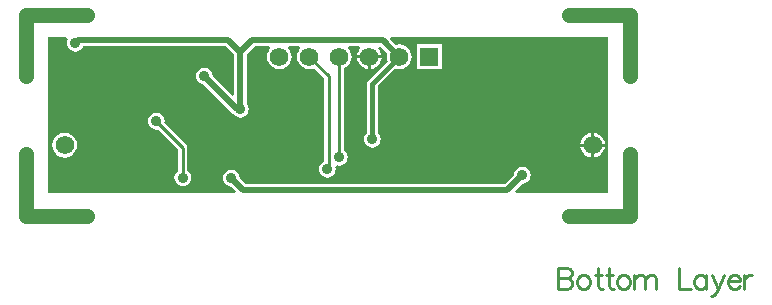
<source format=gbl>
%FSLAX24Y24*%
%MOIN*%
G70*
G01*
G75*
G04 Layer_Physical_Order=2*
G04 Layer_Color=16711680*
%ADD10O,0.0138X0.0256*%
%ADD11O,0.0256X0.0138*%
%ADD12R,0.1339X0.1339*%
%ADD13R,0.0354X0.0276*%
%ADD14R,0.0354X0.0315*%
%ADD15R,0.0551X0.0433*%
%ADD16R,0.0315X0.0354*%
%ADD17R,0.0276X0.0354*%
%ADD18R,0.0984X0.0866*%
%ADD19R,0.0197X0.0787*%
%ADD20R,0.0689X0.0571*%
%ADD21R,0.0295X0.0118*%
%ADD22R,0.0256X0.0354*%
%ADD23R,0.0453X0.0551*%
%ADD24R,0.0177X0.0315*%
%ADD25R,0.1260X0.0433*%
%ADD26R,0.0354X0.0256*%
%ADD27C,0.0100*%
%ADD28C,0.0150*%
%ADD29C,0.0200*%
%ADD30C,0.0180*%
%ADD31C,0.0300*%
%ADD32C,0.0130*%
%ADD33C,0.0500*%
%ADD34R,0.0620X0.0620*%
%ADD35C,0.0620*%
%ADD36C,0.0350*%
G36*
X19140Y500D02*
X16080D01*
X16053Y565D01*
X16313Y824D01*
X16372Y832D01*
X16439Y860D01*
X16496Y904D01*
X16540Y961D01*
X16568Y1028D01*
X16577Y1100D01*
X16568Y1172D01*
X16540Y1239D01*
X16496Y1296D01*
X16439Y1340D01*
X16372Y1368D01*
X16300Y1377D01*
X16228Y1368D01*
X16161Y1340D01*
X16104Y1296D01*
X16060Y1239D01*
X16032Y1172D01*
X16024Y1113D01*
X15716Y804D01*
X7084D01*
X6876Y1013D01*
X6868Y1072D01*
X6840Y1139D01*
X6796Y1196D01*
X6739Y1240D01*
X6672Y1268D01*
X6600Y1277D01*
X6528Y1268D01*
X6461Y1240D01*
X6404Y1196D01*
X6360Y1139D01*
X6332Y1072D01*
X6323Y1000D01*
X6332Y928D01*
X6360Y861D01*
X6404Y804D01*
X6461Y760D01*
X6528Y732D01*
X6587Y724D01*
X6747Y565D01*
X6720Y500D01*
X500D01*
Y5700D01*
X1080D01*
X1160Y5639D01*
X1132Y5572D01*
X1123Y5500D01*
X1132Y5428D01*
X1160Y5361D01*
X1204Y5304D01*
X1261Y5260D01*
X1328Y5232D01*
X1400Y5223D01*
X1472Y5232D01*
X1539Y5260D01*
X1596Y5304D01*
X1640Y5361D01*
X1655Y5396D01*
X6416D01*
X6696Y5116D01*
Y3784D01*
X6631Y3757D01*
X5976Y4413D01*
X5968Y4472D01*
X5940Y4539D01*
X5896Y4596D01*
X5839Y4640D01*
X5772Y4668D01*
X5700Y4677D01*
X5628Y4668D01*
X5561Y4640D01*
X5504Y4596D01*
X5460Y4539D01*
X5432Y4472D01*
X5423Y4400D01*
X5432Y4328D01*
X5460Y4261D01*
X5504Y4204D01*
X5561Y4160D01*
X5628Y4132D01*
X5687Y4124D01*
X6656Y3156D01*
X6656D01*
X6656Y3156D01*
X6656Y3156D01*
Y3156D01*
X6673Y3145D01*
X6704Y3104D01*
X6761Y3060D01*
X6828Y3032D01*
X6900Y3023D01*
X6972Y3032D01*
X7039Y3060D01*
X7096Y3104D01*
X7140Y3161D01*
X7168Y3228D01*
X7177Y3300D01*
X7168Y3372D01*
X7140Y3439D01*
X7104Y3486D01*
Y5116D01*
X7384Y5396D01*
X7870D01*
X7901Y5333D01*
X7842Y5257D01*
X7801Y5157D01*
X7786Y5050D01*
X7801Y4943D01*
X7842Y4843D01*
X7908Y4758D01*
X7993Y4692D01*
X8093Y4651D01*
X8200Y4636D01*
X8307Y4651D01*
X8407Y4692D01*
X8492Y4758D01*
X8558Y4843D01*
X8599Y4943D01*
X8614Y5050D01*
X8599Y5157D01*
X8558Y5257D01*
X8499Y5333D01*
X8530Y5396D01*
X8870D01*
X8901Y5333D01*
X8842Y5257D01*
X8801Y5157D01*
X8786Y5050D01*
X8801Y4943D01*
X8842Y4843D01*
X8908Y4758D01*
X8993Y4692D01*
X9093Y4651D01*
X9200Y4636D01*
X9307Y4651D01*
X9361Y4673D01*
X9697Y4337D01*
Y1555D01*
X9661Y1540D01*
X9604Y1496D01*
X9560Y1439D01*
X9532Y1372D01*
X9523Y1300D01*
X9532Y1228D01*
X9560Y1161D01*
X9604Y1104D01*
X9661Y1060D01*
X9728Y1032D01*
X9800Y1023D01*
X9872Y1032D01*
X9939Y1060D01*
X9996Y1104D01*
X10040Y1161D01*
X10068Y1228D01*
X10077Y1300D01*
X10068Y1372D01*
X10060Y1390D01*
X10110Y1440D01*
X10128Y1432D01*
X10200Y1423D01*
X10272Y1432D01*
X10339Y1460D01*
X10396Y1504D01*
X10440Y1561D01*
X10468Y1628D01*
X10477Y1700D01*
X10468Y1772D01*
X10440Y1839D01*
X10396Y1896D01*
X10353Y1929D01*
Y4670D01*
X10407Y4692D01*
X10492Y4758D01*
X10558Y4843D01*
X10599Y4943D01*
X10614Y5050D01*
X10599Y5157D01*
X10558Y5257D01*
X10499Y5333D01*
X10530Y5396D01*
X10870D01*
X10901Y5333D01*
X10842Y5257D01*
X10801Y5157D01*
X10793Y5100D01*
X11607D01*
X11599Y5157D01*
X11558Y5257D01*
X11499Y5333D01*
X11515Y5366D01*
X11584Y5377D01*
X11802Y5160D01*
X11801Y5157D01*
X11786Y5050D01*
X11801Y4943D01*
X11812Y4915D01*
X11174Y4276D01*
X11135Y4218D01*
X11122Y4150D01*
Y2510D01*
X11104Y2496D01*
X11060Y2439D01*
X11032Y2372D01*
X11023Y2300D01*
X11032Y2228D01*
X11060Y2161D01*
X11104Y2104D01*
X11161Y2060D01*
X11228Y2032D01*
X11300Y2023D01*
X11372Y2032D01*
X11439Y2060D01*
X11496Y2104D01*
X11540Y2161D01*
X11568Y2228D01*
X11577Y2300D01*
X11568Y2372D01*
X11540Y2439D01*
X11496Y2496D01*
X11478Y2510D01*
Y4076D01*
X12065Y4662D01*
X12093Y4651D01*
X12200Y4636D01*
X12307Y4651D01*
X12407Y4692D01*
X12492Y4758D01*
X12558Y4843D01*
X12599Y4943D01*
X12614Y5050D01*
X12599Y5157D01*
X12558Y5257D01*
X12492Y5342D01*
X12407Y5408D01*
X12307Y5449D01*
X12200Y5464D01*
X12093Y5449D01*
X12090Y5448D01*
X11903Y5635D01*
X11930Y5700D01*
X19140D01*
Y500D01*
D02*
G37*
%LPC*%
G36*
X19047Y2050D02*
X18690D01*
Y1693D01*
X18747Y1701D01*
X18847Y1742D01*
X18932Y1808D01*
X18998Y1893D01*
X19039Y1993D01*
X19047Y2050D01*
D02*
G37*
G36*
X18590D02*
X18233D01*
X18241Y1993D01*
X18282Y1893D01*
X18348Y1808D01*
X18433Y1742D01*
X18533Y1701D01*
X18590Y1693D01*
Y2050D01*
D02*
G37*
G36*
X4100Y3177D02*
X4028Y3168D01*
X3961Y3140D01*
X3904Y3096D01*
X3860Y3039D01*
X3832Y2972D01*
X3823Y2900D01*
X3832Y2828D01*
X3860Y2761D01*
X3904Y2704D01*
X3961Y2660D01*
X4028Y2632D01*
X4100Y2623D01*
X4154Y2630D01*
X4824Y1959D01*
Y1252D01*
X4781Y1219D01*
X4737Y1162D01*
X4709Y1095D01*
X4700Y1023D01*
X4709Y951D01*
X4737Y884D01*
X4781Y827D01*
X4838Y783D01*
X4905Y755D01*
X4977Y745D01*
X5049Y755D01*
X5116Y783D01*
X5173Y827D01*
X5217Y884D01*
X5245Y951D01*
X5255Y1023D01*
X5245Y1095D01*
X5217Y1162D01*
X5173Y1219D01*
X5130Y1252D01*
Y2023D01*
X5118Y2081D01*
X5085Y2131D01*
X4370Y2846D01*
X4377Y2900D01*
X4368Y2972D01*
X4340Y3039D01*
X4296Y3096D01*
X4239Y3140D01*
X4172Y3168D01*
X4100Y3177D01*
D02*
G37*
G36*
X1040Y2514D02*
X933Y2499D01*
X833Y2458D01*
X748Y2392D01*
X682Y2307D01*
X641Y2207D01*
X626Y2100D01*
X641Y1993D01*
X682Y1893D01*
X748Y1808D01*
X833Y1742D01*
X933Y1701D01*
X1040Y1686D01*
X1147Y1701D01*
X1247Y1742D01*
X1332Y1808D01*
X1398Y1893D01*
X1439Y1993D01*
X1454Y2100D01*
X1439Y2207D01*
X1398Y2307D01*
X1332Y2392D01*
X1247Y2458D01*
X1147Y2499D01*
X1040Y2514D01*
D02*
G37*
G36*
X18590Y2507D02*
X18533Y2499D01*
X18433Y2458D01*
X18348Y2392D01*
X18282Y2307D01*
X18241Y2207D01*
X18233Y2150D01*
X18590D01*
Y2507D01*
D02*
G37*
G36*
X11150Y5000D02*
X10793D01*
X10801Y4943D01*
X10842Y4843D01*
X10908Y4758D01*
X10993Y4692D01*
X11093Y4651D01*
X11150Y4643D01*
Y5000D01*
D02*
G37*
G36*
X11607D02*
X11250D01*
Y4643D01*
X11307Y4651D01*
X11407Y4692D01*
X11492Y4758D01*
X11558Y4843D01*
X11599Y4943D01*
X11607Y5000D01*
D02*
G37*
G36*
X18690Y2507D02*
Y2150D01*
X19047D01*
X19039Y2207D01*
X18998Y2307D01*
X18932Y2392D01*
X18847Y2458D01*
X18747Y2499D01*
X18690Y2507D01*
D02*
G37*
G36*
X13610Y5460D02*
X12790D01*
Y4640D01*
X13610D01*
Y5460D01*
D02*
G37*
%LPD*%
D27*
X9850Y1350D02*
Y4400D01*
X9200Y5050D02*
X9850Y4400D01*
X10200Y1700D02*
Y5050D01*
X9800Y1300D02*
X9850Y1350D01*
X4977Y1023D02*
Y2023D01*
X4100Y2900D02*
X4977Y2023D01*
X17500Y-2000D02*
Y-2700D01*
Y-2000D02*
X17800D01*
X17900Y-2033D01*
X17933Y-2067D01*
X17967Y-2133D01*
Y-2200D01*
X17933Y-2267D01*
X17900Y-2300D01*
X17800Y-2333D01*
X17500D02*
X17800D01*
X17900Y-2367D01*
X17933Y-2400D01*
X17967Y-2467D01*
Y-2567D01*
X17933Y-2633D01*
X17900Y-2667D01*
X17800Y-2700D01*
X17500D01*
X18290Y-2233D02*
X18223Y-2267D01*
X18157Y-2333D01*
X18123Y-2433D01*
Y-2500D01*
X18157Y-2600D01*
X18223Y-2667D01*
X18290Y-2700D01*
X18390D01*
X18456Y-2667D01*
X18523Y-2600D01*
X18556Y-2500D01*
Y-2433D01*
X18523Y-2333D01*
X18456Y-2267D01*
X18390Y-2233D01*
X18290D01*
X18810Y-2000D02*
Y-2567D01*
X18843Y-2667D01*
X18910Y-2700D01*
X18976D01*
X18710Y-2233D02*
X18943D01*
X19176Y-2000D02*
Y-2567D01*
X19210Y-2667D01*
X19276Y-2700D01*
X19343D01*
X19076Y-2233D02*
X19310D01*
X19610D02*
X19543Y-2267D01*
X19476Y-2333D01*
X19443Y-2433D01*
Y-2500D01*
X19476Y-2600D01*
X19543Y-2667D01*
X19610Y-2700D01*
X19710D01*
X19776Y-2667D01*
X19843Y-2600D01*
X19876Y-2500D01*
Y-2433D01*
X19843Y-2333D01*
X19776Y-2267D01*
X19710Y-2233D01*
X19610D01*
X20029D02*
Y-2700D01*
Y-2367D02*
X20129Y-2267D01*
X20196Y-2233D01*
X20296D01*
X20363Y-2267D01*
X20396Y-2367D01*
Y-2700D01*
Y-2367D02*
X20496Y-2267D01*
X20563Y-2233D01*
X20663D01*
X20729Y-2267D01*
X20763Y-2367D01*
Y-2700D01*
X21532Y-2000D02*
Y-2700D01*
X21932D01*
X22409Y-2233D02*
Y-2700D01*
Y-2333D02*
X22342Y-2267D01*
X22276Y-2233D01*
X22176D01*
X22109Y-2267D01*
X22042Y-2333D01*
X22009Y-2433D01*
Y-2500D01*
X22042Y-2600D01*
X22109Y-2667D01*
X22176Y-2700D01*
X22276D01*
X22342Y-2667D01*
X22409Y-2600D01*
X22629Y-2233D02*
X22829Y-2700D01*
X23029Y-2233D02*
X22829Y-2700D01*
X22762Y-2833D01*
X22696Y-2900D01*
X22629Y-2933D01*
X22596D01*
X23145Y-2433D02*
X23545D01*
Y-2367D01*
X23512Y-2300D01*
X23479Y-2267D01*
X23412Y-2233D01*
X23312D01*
X23245Y-2267D01*
X23179Y-2333D01*
X23145Y-2433D01*
Y-2500D01*
X23179Y-2600D01*
X23245Y-2667D01*
X23312Y-2700D01*
X23412D01*
X23479Y-2667D01*
X23545Y-2600D01*
X23695Y-2233D02*
Y-2700D01*
Y-2433D02*
X23729Y-2333D01*
X23795Y-2267D01*
X23862Y-2233D01*
X23962D01*
D28*
X11300Y4150D02*
X12200Y5050D01*
X11300Y2300D02*
Y4150D01*
D29*
X6800Y3300D02*
X6900D01*
X5700Y4400D02*
X6800Y3300D01*
X1500Y5600D02*
X6500D01*
X7300D02*
X11650D01*
X12200Y5050D01*
X6900Y5200D02*
X7300Y5600D01*
X6500D02*
X6900Y5200D01*
X1400Y5500D02*
X1500Y5600D01*
X6900Y3300D02*
Y5200D01*
X6600Y1000D02*
X7000Y600D01*
X15800D01*
X16300Y1100D01*
D33*
X-250Y6450D02*
X1800D01*
X-250Y4400D02*
Y6450D01*
X19890Y4400D02*
Y6450D01*
X17840D02*
X19890D01*
X17840Y-250D02*
X19890D01*
Y1800D01*
X-250Y-250D02*
Y1800D01*
Y-250D02*
X1800D01*
D34*
X13200Y5050D02*
D03*
D35*
X12200D02*
D03*
X11200D02*
D03*
X10200D02*
D03*
X9200D02*
D03*
X8200D02*
D03*
X15411Y3624D02*
D03*
X16789D02*
D03*
X1040Y2100D02*
D03*
X18640D02*
D03*
D36*
X9472Y2972D02*
D03*
Y2500D02*
D03*
Y2028D02*
D03*
X9000Y2972D02*
D03*
Y2500D02*
D03*
Y2028D02*
D03*
X8528Y2972D02*
D03*
Y2500D02*
D03*
Y2028D02*
D03*
X5700Y1100D02*
D03*
X8050Y1250D02*
D03*
X5750Y2800D02*
D03*
X11300Y2300D02*
D03*
X6900Y3300D02*
D03*
X5700Y4400D02*
D03*
X1400Y5500D02*
D03*
X1830Y4700D02*
D03*
X2160D02*
D03*
X16300Y1100D02*
D03*
X6600Y1000D02*
D03*
X10200Y1700D02*
D03*
X9800Y1300D02*
D03*
X4977Y1023D02*
D03*
X4100Y2900D02*
D03*
Y3500D02*
D03*
Y4700D02*
D03*
M02*

</source>
